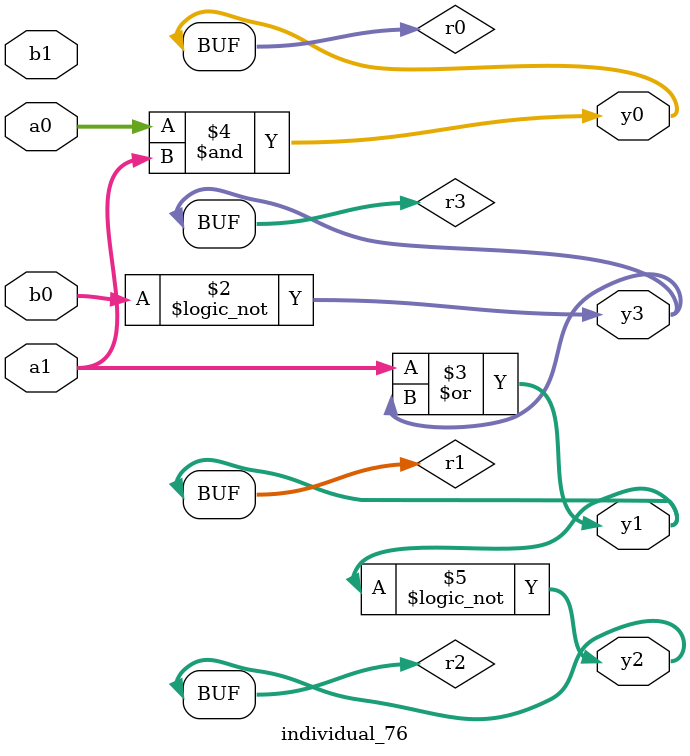
<source format=sv>
module individual_76(input logic [15:0] a1, input logic [15:0] a0, input logic [15:0] b1, input logic [15:0] b0, output logic [15:0] y3, output logic [15:0] y2, output logic [15:0] y1, output logic [15:0] y0);
logic [15:0] r0, r1, r2, r3; 
 always@(*) begin 
	 r0 = a0; r1 = a1; r2 = b0; r3 = b1; 
 	 r3 = ! r2 ;
 	 r1  |=  r3 ;
 	 r0  &=  a1 ;
 	 r2 = ! r1 ;
 	 y3 = r3; y2 = r2; y1 = r1; y0 = r0; 
end
endmodule
</source>
